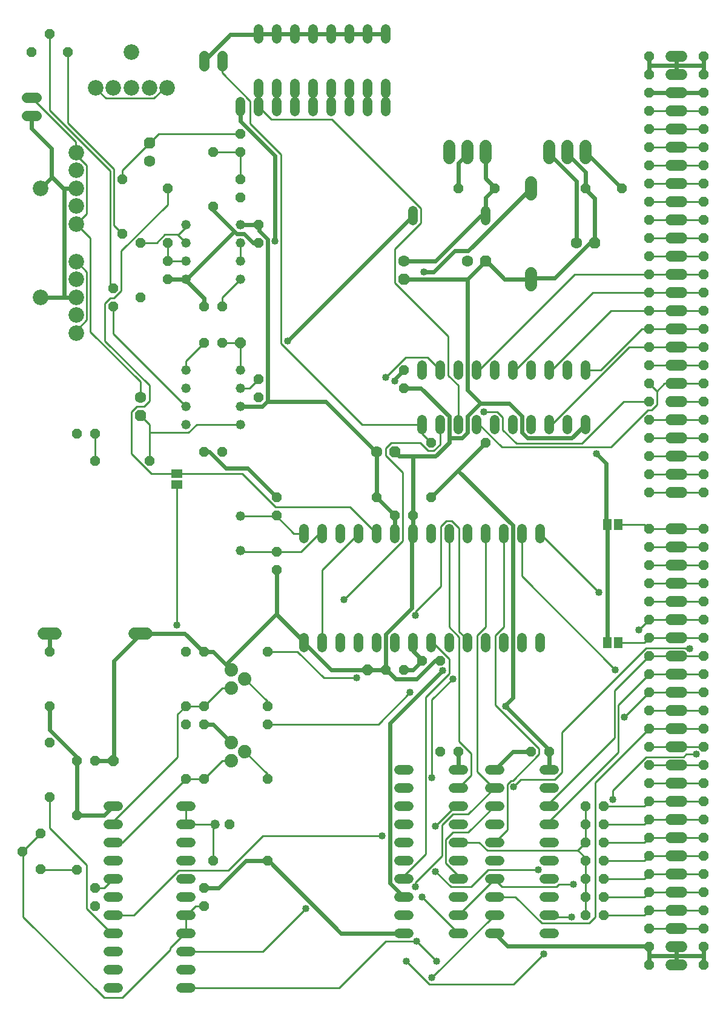
<source format=gtl>
G75*
%MOIN*%
%OFA0B0*%
%FSLAX25Y25*%
%IPPOS*%
%LPD*%
%AMOC8*
5,1,8,0,0,1.08239X$1,22.5*
%
%ADD10OC8,0.05200*%
%ADD11C,0.05200*%
%ADD12C,0.07400*%
%ADD13C,0.05200*%
%ADD14OC8,0.06300*%
%ADD15C,0.06300*%
%ADD16C,0.05600*%
%ADD17C,0.08600*%
%ADD18OC8,0.06000*%
%ADD19C,0.06600*%
%ADD20C,0.06000*%
%ADD21R,0.04600X0.06300*%
%ADD22OC8,0.05250*%
%ADD23OC8,0.05600*%
%ADD24R,0.06300X0.04600*%
%ADD25C,0.02400*%
%ADD26C,0.04000*%
%ADD27C,0.01000*%
D10*
X0056991Y0066300D03*
X0056991Y0076300D03*
X0046991Y0086300D03*
X0026991Y0086400D03*
X0016991Y0096300D03*
X0026991Y0106200D03*
X0031991Y0126300D03*
X0046991Y0116300D03*
X0046991Y0146300D03*
X0056991Y0146300D03*
X0031991Y0156300D03*
X0031991Y0176300D03*
X0031991Y0206300D03*
X0106991Y0206300D03*
X0116991Y0206300D03*
X0116991Y0176300D03*
X0116991Y0166300D03*
X0106991Y0166300D03*
X0106991Y0176300D03*
X0106991Y0136300D03*
X0116991Y0136300D03*
X0130991Y0111300D03*
X0121991Y0091300D03*
X0116991Y0076300D03*
X0116991Y0066300D03*
X0151991Y0091300D03*
X0151991Y0136300D03*
X0151991Y0166300D03*
X0151991Y0176300D03*
X0151991Y0206300D03*
X0156991Y0251300D03*
X0156991Y0261300D03*
X0156991Y0281300D03*
X0156991Y0291300D03*
X0126991Y0316300D03*
X0116991Y0316300D03*
X0146991Y0346300D03*
X0146991Y0356300D03*
X0126991Y0376300D03*
X0116991Y0376300D03*
X0116991Y0396300D03*
X0126991Y0396300D03*
X0146991Y0431300D03*
X0146991Y0441300D03*
X0136991Y0456300D03*
X0136991Y0466300D03*
X0136991Y0481300D03*
X0136991Y0491300D03*
X0121991Y0481300D03*
X0121991Y0451300D03*
X0096991Y0461300D03*
X0096991Y0431300D03*
X0096991Y0421300D03*
X0096991Y0411300D03*
X0081991Y0401300D03*
X0066991Y0396300D03*
X0066991Y0406300D03*
X0081991Y0431300D03*
X0071991Y0436300D03*
X0071991Y0466300D03*
X0041891Y0536300D03*
X0031991Y0546300D03*
X0022091Y0536300D03*
X0046991Y0326300D03*
X0056991Y0326300D03*
X0056991Y0311300D03*
X0086991Y0311300D03*
X0211991Y0291300D03*
X0221991Y0281300D03*
X0231991Y0281300D03*
X0241991Y0291300D03*
X0241991Y0321300D03*
X0226991Y0351300D03*
X0226991Y0361300D03*
X0271991Y0321300D03*
X0246991Y0201300D03*
X0236991Y0201300D03*
X0226991Y0196300D03*
X0216991Y0196300D03*
X0246991Y0151300D03*
X0256991Y0151300D03*
X0296991Y0151300D03*
X0306991Y0151300D03*
X0326991Y0461300D03*
X0346991Y0461300D03*
X0276991Y0461300D03*
X0256991Y0461300D03*
D11*
X0271991Y0448900D02*
X0271991Y0443700D01*
X0231991Y0443700D02*
X0231991Y0448900D01*
X0216991Y0503700D02*
X0216991Y0508900D01*
X0216991Y0513700D02*
X0216991Y0518900D01*
X0206991Y0518900D02*
X0206991Y0513700D01*
X0206991Y0508900D02*
X0206991Y0503700D01*
X0196991Y0503700D02*
X0196991Y0508900D01*
X0196991Y0513700D02*
X0196991Y0518900D01*
X0186991Y0518900D02*
X0186991Y0513700D01*
X0186991Y0508900D02*
X0186991Y0503700D01*
X0176991Y0503700D02*
X0176991Y0508900D01*
X0176991Y0513700D02*
X0176991Y0518900D01*
X0166991Y0518900D02*
X0166991Y0513700D01*
X0166991Y0508900D02*
X0166991Y0503700D01*
X0156991Y0503700D02*
X0156991Y0508900D01*
X0156991Y0513700D02*
X0156991Y0518900D01*
X0146991Y0518900D02*
X0146991Y0513700D01*
X0146991Y0508900D02*
X0146991Y0503700D01*
X0136991Y0503700D02*
X0136991Y0508900D01*
X0146991Y0543700D02*
X0146991Y0548900D01*
X0156991Y0548900D02*
X0156991Y0543700D01*
X0166991Y0543700D02*
X0166991Y0548900D01*
X0176991Y0548900D02*
X0176991Y0543700D01*
X0186991Y0543700D02*
X0186991Y0548900D01*
X0196991Y0548900D02*
X0196991Y0543700D01*
X0206991Y0543700D02*
X0206991Y0548900D01*
X0216991Y0548900D02*
X0216991Y0543700D01*
X0236991Y0363900D02*
X0236991Y0358700D01*
X0246991Y0358700D02*
X0246991Y0363900D01*
X0256991Y0363900D02*
X0256991Y0358700D01*
X0266991Y0358700D02*
X0266991Y0363900D01*
X0276991Y0363900D02*
X0276991Y0358700D01*
X0286991Y0358700D02*
X0286991Y0363900D01*
X0296991Y0363900D02*
X0296991Y0358700D01*
X0306991Y0358700D02*
X0306991Y0363900D01*
X0316991Y0363900D02*
X0316991Y0358700D01*
X0326991Y0358700D02*
X0326991Y0363900D01*
X0326991Y0333900D02*
X0326991Y0328700D01*
X0316991Y0328700D02*
X0316991Y0333900D01*
X0306991Y0333900D02*
X0306991Y0328700D01*
X0296991Y0328700D02*
X0296991Y0333900D01*
X0286991Y0333900D02*
X0286991Y0328700D01*
X0276991Y0328700D02*
X0276991Y0333900D01*
X0266991Y0333900D02*
X0266991Y0328700D01*
X0256991Y0328700D02*
X0256991Y0333900D01*
X0246991Y0333900D02*
X0246991Y0328700D01*
X0236991Y0328700D02*
X0236991Y0333900D01*
X0241991Y0273900D02*
X0241991Y0268700D01*
X0251991Y0268700D02*
X0251991Y0273900D01*
X0261991Y0273900D02*
X0261991Y0268700D01*
X0271991Y0268700D02*
X0271991Y0273900D01*
X0281991Y0273900D02*
X0281991Y0268700D01*
X0291991Y0268700D02*
X0291991Y0273900D01*
X0301991Y0273900D02*
X0301991Y0268700D01*
X0301991Y0213900D02*
X0301991Y0208700D01*
X0291991Y0208700D02*
X0291991Y0213900D01*
X0281991Y0213900D02*
X0281991Y0208700D01*
X0271991Y0208700D02*
X0271991Y0213900D01*
X0261991Y0213900D02*
X0261991Y0208700D01*
X0251991Y0208700D02*
X0251991Y0213900D01*
X0241991Y0213900D02*
X0241991Y0208700D01*
X0231991Y0208700D02*
X0231991Y0213900D01*
X0221991Y0213900D02*
X0221991Y0208700D01*
X0211991Y0208700D02*
X0211991Y0213900D01*
X0201991Y0213900D02*
X0201991Y0208700D01*
X0191991Y0208700D02*
X0191991Y0213900D01*
X0181991Y0213900D02*
X0181991Y0208700D01*
X0171991Y0208700D02*
X0171991Y0213900D01*
X0171991Y0268700D02*
X0171991Y0273900D01*
X0181991Y0273900D02*
X0181991Y0268700D01*
X0191991Y0268700D02*
X0191991Y0273900D01*
X0201991Y0273900D02*
X0201991Y0268700D01*
X0211991Y0268700D02*
X0211991Y0273900D01*
X0221991Y0273900D02*
X0221991Y0268700D01*
X0231991Y0268700D02*
X0231991Y0273900D01*
X0229591Y0141300D02*
X0224391Y0141300D01*
X0224391Y0131300D02*
X0229591Y0131300D01*
X0229591Y0121300D02*
X0224391Y0121300D01*
X0224391Y0111300D02*
X0229591Y0111300D01*
X0229591Y0101300D02*
X0224391Y0101300D01*
X0224391Y0091300D02*
X0229591Y0091300D01*
X0229591Y0081300D02*
X0224391Y0081300D01*
X0224391Y0071300D02*
X0229591Y0071300D01*
X0229591Y0061300D02*
X0224391Y0061300D01*
X0224391Y0051300D02*
X0229591Y0051300D01*
X0254391Y0051300D02*
X0259591Y0051300D01*
X0259591Y0061300D02*
X0254391Y0061300D01*
X0254391Y0071300D02*
X0259591Y0071300D01*
X0259591Y0081300D02*
X0254391Y0081300D01*
X0254391Y0091300D02*
X0259591Y0091300D01*
X0259591Y0101300D02*
X0254391Y0101300D01*
X0254391Y0111300D02*
X0259591Y0111300D01*
X0259591Y0121300D02*
X0254391Y0121300D01*
X0254391Y0131300D02*
X0259591Y0131300D01*
X0259591Y0141300D02*
X0254391Y0141300D01*
X0274391Y0141300D02*
X0279591Y0141300D01*
X0279591Y0131300D02*
X0274391Y0131300D01*
X0274391Y0121300D02*
X0279591Y0121300D01*
X0279591Y0111300D02*
X0274391Y0111300D01*
X0274391Y0101300D02*
X0279591Y0101300D01*
X0279591Y0091300D02*
X0274391Y0091300D01*
X0274391Y0081300D02*
X0279591Y0081300D01*
X0279591Y0071300D02*
X0274391Y0071300D01*
X0274391Y0061300D02*
X0279591Y0061300D01*
X0279591Y0051300D02*
X0274391Y0051300D01*
X0304391Y0051300D02*
X0309591Y0051300D01*
X0309591Y0061300D02*
X0304391Y0061300D01*
X0304391Y0071300D02*
X0309591Y0071300D01*
X0309591Y0081300D02*
X0304391Y0081300D01*
X0304391Y0091300D02*
X0309591Y0091300D01*
X0309591Y0101300D02*
X0304391Y0101300D01*
X0304391Y0111300D02*
X0309591Y0111300D01*
X0309591Y0121300D02*
X0304391Y0121300D01*
X0304391Y0131300D02*
X0309591Y0131300D01*
X0309591Y0141300D02*
X0304391Y0141300D01*
X0109591Y0121300D02*
X0104391Y0121300D01*
X0104391Y0111300D02*
X0109591Y0111300D01*
X0109591Y0101300D02*
X0104391Y0101300D01*
X0104391Y0091300D02*
X0109591Y0091300D01*
X0109591Y0081300D02*
X0104391Y0081300D01*
X0104391Y0071300D02*
X0109591Y0071300D01*
X0109591Y0061300D02*
X0104391Y0061300D01*
X0104391Y0051300D02*
X0109591Y0051300D01*
X0109591Y0041300D02*
X0104391Y0041300D01*
X0104391Y0031300D02*
X0109591Y0031300D01*
X0109591Y0021300D02*
X0104391Y0021300D01*
X0069591Y0021300D02*
X0064391Y0021300D01*
X0064391Y0031300D02*
X0069591Y0031300D01*
X0069591Y0041300D02*
X0064391Y0041300D01*
X0064391Y0051300D02*
X0069591Y0051300D01*
X0069591Y0061300D02*
X0064391Y0061300D01*
X0064391Y0071300D02*
X0069591Y0071300D01*
X0069591Y0081300D02*
X0064391Y0081300D01*
X0064391Y0091300D02*
X0069591Y0091300D01*
X0069591Y0101300D02*
X0064391Y0101300D01*
X0064391Y0111300D02*
X0069591Y0111300D01*
X0069591Y0121300D02*
X0064391Y0121300D01*
D12*
X0131991Y0146300D03*
X0139491Y0151300D03*
X0131991Y0156300D03*
X0131991Y0186300D03*
X0131991Y0196300D03*
X0139491Y0191300D03*
D13*
X0136991Y0261800D03*
X0136991Y0280800D03*
X0136991Y0331300D03*
X0136991Y0341300D03*
X0136991Y0351300D03*
X0136991Y0361300D03*
X0106991Y0361300D03*
X0106991Y0351300D03*
X0106991Y0341300D03*
X0106991Y0331300D03*
X0106991Y0411300D03*
X0106991Y0421300D03*
X0106991Y0431300D03*
X0106991Y0441300D03*
X0136991Y0441300D03*
X0136991Y0431300D03*
X0136991Y0421300D03*
X0136991Y0411300D03*
X0122991Y0111300D03*
D14*
X0221991Y0316300D03*
X0226991Y0411300D03*
X0271991Y0421300D03*
X0331991Y0431300D03*
X0086991Y0486300D03*
X0081991Y0336300D03*
D15*
X0081991Y0346300D03*
X0086991Y0476300D03*
X0211991Y0316300D03*
X0226991Y0421300D03*
X0261991Y0421300D03*
X0321991Y0431300D03*
D16*
X0126991Y0528500D02*
X0126991Y0534100D01*
X0116991Y0534100D02*
X0116991Y0528500D01*
X0024791Y0511300D02*
X0019191Y0511300D01*
X0019191Y0501300D02*
X0024791Y0501300D01*
D17*
X0046676Y0480985D03*
X0046676Y0471143D03*
X0046676Y0461143D03*
X0046676Y0451457D03*
X0046676Y0441615D03*
X0046676Y0420985D03*
X0046676Y0411143D03*
X0046676Y0401143D03*
X0046676Y0391457D03*
X0046676Y0381615D03*
X0026991Y0401300D03*
X0026991Y0461300D03*
X0057306Y0516615D03*
X0067148Y0516615D03*
X0076833Y0516615D03*
X0086833Y0516615D03*
X0096676Y0516615D03*
X0076991Y0536300D03*
D18*
X0136991Y0376300D03*
X0206991Y0196300D03*
X0066991Y0146300D03*
D19*
X0078691Y0216300D02*
X0085291Y0216300D01*
X0035291Y0216300D02*
X0028691Y0216300D01*
X0251991Y0478000D02*
X0251991Y0484600D01*
X0261991Y0484600D02*
X0261991Y0478000D01*
X0271991Y0478000D02*
X0271991Y0484600D01*
X0296991Y0464600D02*
X0296991Y0458000D01*
X0306991Y0478000D02*
X0306991Y0484600D01*
X0316991Y0484600D02*
X0316991Y0478000D01*
X0326991Y0478000D02*
X0326991Y0484600D01*
X0296991Y0414600D02*
X0296991Y0408000D01*
D20*
X0373991Y0403800D02*
X0379991Y0403800D01*
X0379991Y0393800D02*
X0373991Y0393800D01*
X0373991Y0383800D02*
X0379991Y0383800D01*
X0379991Y0373800D02*
X0373991Y0373800D01*
X0373991Y0363800D02*
X0379991Y0363800D01*
X0379991Y0353800D02*
X0373991Y0353800D01*
X0373991Y0343800D02*
X0379991Y0343800D01*
X0379991Y0333800D02*
X0373991Y0333800D01*
X0373991Y0323800D02*
X0379991Y0323800D01*
X0379991Y0313800D02*
X0373991Y0313800D01*
X0373991Y0303800D02*
X0379991Y0303800D01*
X0379991Y0293800D02*
X0373991Y0293800D01*
X0373991Y0273800D02*
X0379991Y0273800D01*
X0379991Y0263800D02*
X0373991Y0263800D01*
X0373991Y0253800D02*
X0379991Y0253800D01*
X0379991Y0243800D02*
X0373991Y0243800D01*
X0373991Y0233800D02*
X0379991Y0233800D01*
X0379991Y0223800D02*
X0373991Y0223800D01*
X0373991Y0213800D02*
X0379991Y0213800D01*
X0379991Y0203800D02*
X0373991Y0203800D01*
X0373991Y0193800D02*
X0379991Y0193800D01*
X0379991Y0183800D02*
X0373991Y0183800D01*
X0373991Y0173800D02*
X0379991Y0173800D01*
X0379991Y0163800D02*
X0373991Y0163800D01*
X0373991Y0153800D02*
X0379991Y0153800D01*
X0379991Y0143800D02*
X0373991Y0143800D01*
X0373991Y0133800D02*
X0379991Y0133800D01*
X0379991Y0123800D02*
X0373991Y0123800D01*
X0373991Y0113800D02*
X0379991Y0113800D01*
X0379991Y0103800D02*
X0373991Y0103800D01*
X0373991Y0093800D02*
X0379991Y0093800D01*
X0379991Y0083800D02*
X0373991Y0083800D01*
X0373991Y0073800D02*
X0379991Y0073800D01*
X0379991Y0063800D02*
X0373991Y0063800D01*
X0373991Y0053800D02*
X0379991Y0053800D01*
X0379991Y0043800D02*
X0373991Y0043800D01*
X0373991Y0033800D02*
X0379991Y0033800D01*
X0379991Y0413800D02*
X0373991Y0413800D01*
X0373991Y0423800D02*
X0379991Y0423800D01*
X0379991Y0433800D02*
X0373991Y0433800D01*
X0373991Y0443800D02*
X0379991Y0443800D01*
X0379991Y0453800D02*
X0373991Y0453800D01*
X0373991Y0463800D02*
X0379991Y0463800D01*
X0379991Y0473800D02*
X0373991Y0473800D01*
X0373991Y0483800D02*
X0379991Y0483800D01*
X0379991Y0493800D02*
X0373991Y0493800D01*
X0373991Y0503800D02*
X0379991Y0503800D01*
X0379991Y0513800D02*
X0373991Y0513800D01*
X0373991Y0523800D02*
X0379991Y0523800D01*
X0379991Y0533800D02*
X0373991Y0533800D01*
D21*
X0344991Y0276300D03*
X0338991Y0276300D03*
X0338991Y0211300D03*
X0344991Y0211300D03*
D22*
X0361991Y0213800D03*
X0361991Y0203800D03*
X0361991Y0193800D03*
X0361991Y0183800D03*
X0361991Y0173800D03*
X0361991Y0163800D03*
X0361991Y0153800D03*
X0361991Y0143800D03*
X0361991Y0133800D03*
X0361991Y0123800D03*
X0361991Y0113800D03*
X0361991Y0103800D03*
X0361991Y0093800D03*
X0361991Y0083800D03*
X0361991Y0073800D03*
X0361991Y0063800D03*
X0361991Y0053800D03*
X0361991Y0043800D03*
X0361991Y0033800D03*
X0391991Y0033800D03*
X0391991Y0043800D03*
X0391991Y0053800D03*
X0391991Y0063800D03*
X0391991Y0073800D03*
X0391991Y0083800D03*
X0391991Y0093800D03*
X0391991Y0103800D03*
X0391991Y0113800D03*
X0391991Y0123800D03*
X0391991Y0133800D03*
X0391991Y0143800D03*
X0391991Y0153800D03*
X0391991Y0163800D03*
X0391991Y0173800D03*
X0391991Y0183800D03*
X0391991Y0193800D03*
X0391991Y0203800D03*
X0391991Y0213800D03*
X0391991Y0223800D03*
X0391991Y0233800D03*
X0391991Y0243800D03*
X0391991Y0253800D03*
X0391991Y0263800D03*
X0391991Y0273800D03*
X0391991Y0293800D03*
X0391991Y0303800D03*
X0391991Y0313800D03*
X0391991Y0323800D03*
X0391991Y0333800D03*
X0391991Y0343800D03*
X0391991Y0353800D03*
X0391991Y0363800D03*
X0391991Y0373800D03*
X0391991Y0383800D03*
X0391991Y0393800D03*
X0391991Y0403800D03*
X0391991Y0413800D03*
X0391991Y0423800D03*
X0391991Y0433800D03*
X0391991Y0443800D03*
X0391991Y0453800D03*
X0391991Y0463800D03*
X0391991Y0473800D03*
X0391991Y0483800D03*
X0391991Y0493800D03*
X0391991Y0503800D03*
X0391991Y0513800D03*
X0391991Y0523800D03*
X0391991Y0533800D03*
X0361991Y0533800D03*
X0361991Y0523800D03*
X0361991Y0513800D03*
X0361991Y0503800D03*
X0361991Y0493800D03*
X0361991Y0483800D03*
X0361991Y0473800D03*
X0361991Y0463800D03*
X0361991Y0453800D03*
X0361991Y0443800D03*
X0361991Y0433800D03*
X0361991Y0423800D03*
X0361991Y0413800D03*
X0361991Y0403800D03*
X0361991Y0393800D03*
X0361991Y0383800D03*
X0361991Y0373800D03*
X0361991Y0363800D03*
X0361991Y0353800D03*
X0361991Y0343800D03*
X0361991Y0333800D03*
X0361991Y0323800D03*
X0361991Y0313800D03*
X0361991Y0303800D03*
X0361991Y0293800D03*
X0361991Y0273800D03*
X0361991Y0263800D03*
X0361991Y0253800D03*
X0361991Y0243800D03*
X0361991Y0233800D03*
X0361991Y0223800D03*
D23*
X0336991Y0121300D03*
X0336991Y0111300D03*
X0336991Y0101300D03*
X0336991Y0091300D03*
X0336991Y0081300D03*
X0336991Y0071300D03*
X0336991Y0061300D03*
X0326991Y0061300D03*
X0326991Y0071300D03*
X0326991Y0081300D03*
X0326991Y0091300D03*
X0326991Y0101300D03*
X0326991Y0111300D03*
X0326991Y0121300D03*
D24*
X0101991Y0298300D03*
X0101991Y0304300D03*
D25*
X0116991Y0316300D02*
X0119991Y0316300D01*
X0128991Y0307300D01*
X0140991Y0307300D01*
X0156991Y0291300D01*
X0156991Y0251300D02*
X0156991Y0226800D01*
X0155991Y0226300D01*
X0128991Y0199300D01*
X0121991Y0206300D01*
X0116991Y0206300D01*
X0115991Y0206800D01*
X0106491Y0216300D01*
X0081991Y0216300D01*
X0081491Y0215300D01*
X0067491Y0201300D01*
X0067491Y0147300D01*
X0066991Y0146300D01*
X0056991Y0146300D01*
X0046991Y0146300D02*
X0046491Y0147300D01*
X0046491Y0148800D01*
X0031991Y0163300D01*
X0031991Y0176300D01*
X0031991Y0206300D02*
X0031991Y0216300D01*
X0046991Y0146300D02*
X0046991Y0116300D01*
X0061991Y0116300D01*
X0066991Y0121300D01*
X0116991Y0076300D02*
X0124991Y0076300D01*
X0139991Y0091300D01*
X0151991Y0091300D01*
X0152991Y0090800D01*
X0192491Y0051300D01*
X0226991Y0051300D01*
X0226991Y0071300D02*
X0219491Y0078800D01*
X0219491Y0166800D01*
X0248491Y0195800D01*
X0246991Y0201300D02*
X0243991Y0201300D01*
X0233991Y0191300D01*
X0222491Y0191300D01*
X0217991Y0195800D01*
X0216991Y0196300D01*
X0216991Y0215800D01*
X0231491Y0230300D01*
X0231491Y0270300D01*
X0231991Y0271300D01*
X0231991Y0281300D01*
X0231991Y0313800D01*
X0244491Y0313800D01*
X0251991Y0321300D01*
X0251991Y0323800D01*
X0258991Y0323800D01*
X0261991Y0326800D01*
X0261991Y0335800D01*
X0268991Y0342800D01*
X0268491Y0343800D01*
X0261991Y0350300D01*
X0261991Y0411300D01*
X0271991Y0421300D01*
X0272991Y0420800D01*
X0282491Y0411300D01*
X0296991Y0411300D01*
X0297991Y0411800D01*
X0309991Y0411800D01*
X0328991Y0430800D01*
X0330991Y0430800D01*
X0331991Y0431300D01*
X0331991Y0455800D01*
X0327491Y0460300D01*
X0326991Y0461300D01*
X0326991Y0470300D01*
X0316991Y0480300D01*
X0316991Y0481300D01*
X0306991Y0481300D02*
X0306991Y0480300D01*
X0321991Y0465300D01*
X0321991Y0431300D01*
X0296991Y0461300D02*
X0262491Y0426800D01*
X0254991Y0426800D01*
X0243491Y0415300D01*
X0237991Y0415300D01*
X0244491Y0421300D02*
X0268991Y0445800D01*
X0270991Y0445800D01*
X0271991Y0446300D01*
X0271991Y0456300D01*
X0276991Y0461300D01*
X0276491Y0462300D01*
X0271991Y0466800D01*
X0271991Y0481300D01*
X0261991Y0481300D02*
X0261991Y0480300D01*
X0256991Y0475300D01*
X0256991Y0461300D01*
X0231991Y0446300D02*
X0162991Y0377300D01*
X0151991Y0344300D02*
X0152991Y0343800D01*
X0183991Y0343800D01*
X0210991Y0316800D01*
X0211991Y0316300D01*
X0211991Y0291300D01*
X0221991Y0281300D01*
X0221991Y0271300D01*
X0241991Y0291300D02*
X0256741Y0306050D01*
X0286991Y0275800D01*
X0286991Y0180800D01*
X0283491Y0177300D01*
X0282991Y0176300D01*
X0306991Y0152300D01*
X0306991Y0151300D01*
X0306991Y0141300D01*
X0296991Y0151300D02*
X0286991Y0151300D01*
X0276991Y0141300D01*
X0256991Y0141300D02*
X0256991Y0151300D01*
X0231991Y0196300D02*
X0226991Y0196300D01*
X0231991Y0196300D02*
X0236991Y0201300D01*
X0236491Y0202300D01*
X0231991Y0206800D01*
X0231991Y0211300D01*
X0216991Y0196300D02*
X0206991Y0196300D01*
X0186991Y0196300D01*
X0171991Y0211300D01*
X0171491Y0212300D01*
X0156991Y0226800D01*
X0128991Y0199300D02*
X0131991Y0196300D01*
X0121991Y0166300D02*
X0116991Y0166300D01*
X0121991Y0166300D02*
X0131991Y0156300D01*
X0224491Y0313800D02*
X0221991Y0316300D01*
X0224491Y0313800D02*
X0231991Y0313800D01*
X0251991Y0323800D02*
X0251991Y0335800D01*
X0236491Y0351300D01*
X0226991Y0351300D01*
X0221991Y0355300D02*
X0221991Y0356300D01*
X0226991Y0361300D01*
X0226991Y0411300D02*
X0261991Y0411300D01*
X0244491Y0421300D02*
X0226991Y0421300D01*
X0268991Y0342800D02*
X0284991Y0342800D01*
X0291991Y0335800D01*
X0291991Y0326800D01*
X0294991Y0323800D01*
X0319491Y0323800D01*
X0326991Y0331300D01*
X0332991Y0315300D02*
X0338491Y0309800D01*
X0338491Y0277300D01*
X0338991Y0276300D01*
X0338991Y0211300D01*
X0256741Y0306050D02*
X0271991Y0321300D01*
X0346991Y0461300D02*
X0326991Y0481300D01*
X0361991Y0513800D02*
X0376991Y0513800D01*
X0391991Y0513800D01*
X0391991Y0523800D02*
X0391991Y0528800D01*
X0376991Y0528800D01*
X0361991Y0528800D01*
X0361991Y0523800D01*
X0361991Y0528800D02*
X0361991Y0533800D01*
X0376991Y0533800D02*
X0376991Y0528800D01*
X0376991Y0523800D01*
X0391991Y0528800D02*
X0391991Y0533800D01*
X0216991Y0546300D02*
X0206991Y0546300D01*
X0196991Y0546300D01*
X0186991Y0546300D01*
X0176991Y0546300D01*
X0166991Y0546300D01*
X0156991Y0546300D01*
X0146991Y0546300D01*
X0145991Y0545800D01*
X0131491Y0545800D01*
X0116991Y0531300D01*
X0136991Y0506300D02*
X0136991Y0498300D01*
X0155991Y0479300D01*
X0155991Y0432300D01*
X0151991Y0433300D02*
X0151991Y0344300D01*
X0148991Y0341300D01*
X0136991Y0341300D01*
X0116991Y0396300D02*
X0116991Y0400800D01*
X0107491Y0410300D01*
X0106991Y0411300D01*
X0107991Y0411800D01*
X0133741Y0437550D01*
X0134991Y0436300D01*
X0138991Y0436300D01*
X0143991Y0431300D01*
X0146991Y0431300D01*
X0151991Y0433300D02*
X0147491Y0437800D01*
X0147491Y0440300D01*
X0146991Y0441300D01*
X0136991Y0441300D01*
X0133741Y0437550D02*
X0121991Y0449300D01*
X0121991Y0451300D01*
X0106991Y0411300D02*
X0096991Y0411300D01*
X0046676Y0401143D02*
X0046491Y0401300D01*
X0039991Y0401300D01*
X0039991Y0461300D01*
X0046491Y0461300D01*
X0046676Y0461143D01*
X0039991Y0461300D02*
X0039491Y0461300D01*
X0033991Y0466800D01*
X0032991Y0467300D01*
X0026991Y0461300D01*
X0032991Y0467300D02*
X0032991Y0483300D01*
X0021991Y0494300D01*
X0021991Y0501300D01*
X0026991Y0401300D02*
X0039991Y0401300D01*
X0276991Y0051300D02*
X0283991Y0044300D01*
X0360991Y0044300D01*
X0361991Y0043800D01*
X0361991Y0038800D01*
X0376991Y0038800D01*
X0391991Y0038800D01*
X0391991Y0033800D01*
X0391991Y0038800D02*
X0391991Y0043800D01*
X0376991Y0043800D02*
X0376991Y0038800D01*
X0376991Y0033800D01*
X0361991Y0033800D02*
X0361991Y0038800D01*
D26*
X0319491Y0060300D03*
X0320491Y0078300D03*
X0300991Y0086300D03*
X0303991Y0039800D03*
X0244991Y0035800D03*
X0242491Y0026800D03*
X0228491Y0035800D03*
X0233991Y0046800D03*
X0236991Y0071300D03*
X0233491Y0076800D03*
X0244491Y0085300D03*
X0244491Y0110300D03*
X0242491Y0136800D03*
X0214991Y0104800D03*
X0172991Y0064800D03*
X0230491Y0183800D03*
X0248491Y0195800D03*
X0253991Y0191300D03*
X0233491Y0226300D03*
X0200991Y0191800D03*
X0193991Y0234800D03*
X0270991Y0338300D03*
X0221991Y0355300D03*
X0216991Y0357300D03*
X0237991Y0415300D03*
X0162991Y0377300D03*
X0155991Y0432300D03*
X0101991Y0220800D03*
X0282991Y0176300D03*
X0287491Y0131800D03*
X0341991Y0124800D03*
X0348491Y0170300D03*
X0343491Y0196300D03*
X0356491Y0218300D03*
X0334491Y0238800D03*
X0384491Y0207800D03*
X0387991Y0149800D03*
X0332991Y0315300D03*
D27*
X0061991Y0015800D02*
X0017491Y0060300D01*
X0017491Y0096300D01*
X0016991Y0096300D01*
X0026991Y0106300D01*
X0026991Y0106200D01*
X0031991Y0109300D02*
X0052491Y0088800D01*
X0052491Y0064800D01*
X0065991Y0051300D01*
X0066991Y0051300D01*
X0066991Y0061300D02*
X0078491Y0061300D01*
X0102991Y0085800D01*
X0130491Y0085800D01*
X0149491Y0104800D01*
X0214991Y0104800D01*
X0226991Y0082800D02*
X0238991Y0094800D01*
X0238991Y0181300D01*
X0251991Y0194300D01*
X0251991Y0202300D01*
X0242991Y0211300D01*
X0241991Y0211300D01*
X0251991Y0219800D02*
X0257491Y0214300D01*
X0257491Y0156800D01*
X0263991Y0150300D01*
X0263991Y0138300D01*
X0256991Y0131300D01*
X0256991Y0121300D02*
X0255491Y0121300D01*
X0244491Y0110300D01*
X0247991Y0110800D02*
X0253991Y0116800D01*
X0262491Y0116800D01*
X0276991Y0131300D01*
X0276491Y0131300D01*
X0267491Y0140300D01*
X0267491Y0215300D01*
X0271991Y0219800D01*
X0271991Y0271300D01*
X0281991Y0271300D02*
X0281991Y0219800D01*
X0277491Y0215300D01*
X0277491Y0176800D01*
X0301491Y0152800D01*
X0301491Y0149800D01*
X0286991Y0135300D01*
X0285991Y0135300D01*
X0283991Y0133300D01*
X0283991Y0108300D01*
X0276991Y0101300D01*
X0272991Y0096800D02*
X0322491Y0096800D01*
X0322741Y0097050D01*
X0326991Y0092800D01*
X0326991Y0091300D01*
X0326991Y0081300D01*
X0326991Y0071300D01*
X0326991Y0061300D01*
X0328991Y0056800D02*
X0332491Y0060300D01*
X0332491Y0134300D01*
X0361991Y0163800D01*
X0376991Y0163800D01*
X0391991Y0163800D01*
X0391991Y0173800D02*
X0376991Y0173800D01*
X0361991Y0173800D01*
X0361991Y0183800D02*
X0376991Y0183800D01*
X0391991Y0183800D01*
X0391991Y0193800D02*
X0376991Y0193800D01*
X0361991Y0193800D01*
X0344991Y0176800D01*
X0344991Y0150800D01*
X0306991Y0112800D01*
X0306991Y0111300D01*
X0306991Y0121300D02*
X0306991Y0122800D01*
X0342991Y0158800D01*
X0342991Y0184800D01*
X0361991Y0203800D01*
X0376991Y0203800D01*
X0391991Y0203800D01*
X0391991Y0213800D02*
X0376991Y0213800D01*
X0361991Y0213800D01*
X0359491Y0211300D01*
X0344991Y0211300D01*
X0356491Y0218300D02*
X0361991Y0223800D01*
X0376991Y0223800D01*
X0391991Y0223800D01*
X0391991Y0233800D02*
X0376991Y0233800D01*
X0361991Y0233800D01*
X0361991Y0243800D02*
X0376991Y0243800D01*
X0391991Y0243800D01*
X0391991Y0253800D02*
X0376991Y0253800D01*
X0361991Y0253800D01*
X0361991Y0263800D02*
X0376991Y0263800D01*
X0391991Y0263800D01*
X0391991Y0273800D02*
X0376991Y0273800D01*
X0361991Y0273800D01*
X0359491Y0276300D01*
X0344991Y0276300D01*
X0361991Y0293800D02*
X0376991Y0293800D01*
X0391991Y0293800D01*
X0391991Y0303800D02*
X0376991Y0303800D01*
X0361991Y0303800D01*
X0361991Y0313800D02*
X0376991Y0313800D01*
X0391991Y0313800D01*
X0391991Y0323800D02*
X0376991Y0323800D01*
X0361991Y0323800D01*
X0361991Y0333800D02*
X0376991Y0333800D01*
X0391991Y0333800D01*
X0391991Y0343800D02*
X0376991Y0343800D01*
X0376991Y0353800D02*
X0370491Y0353800D01*
X0366241Y0349550D01*
X0366491Y0349300D01*
X0366491Y0342300D01*
X0363491Y0339300D01*
X0361491Y0339300D01*
X0340991Y0318800D01*
X0280991Y0318800D01*
X0268491Y0331300D01*
X0266991Y0331300D01*
X0270991Y0338300D02*
X0278491Y0338300D01*
X0281491Y0335300D01*
X0281491Y0328300D01*
X0288991Y0320800D01*
X0324991Y0320800D01*
X0347991Y0343800D01*
X0361991Y0343800D01*
X0366241Y0349550D02*
X0361991Y0353800D01*
X0361991Y0363800D02*
X0376991Y0363800D01*
X0391991Y0363800D01*
X0391991Y0353800D02*
X0376991Y0353800D01*
X0376991Y0373800D02*
X0361991Y0373800D01*
X0350991Y0373800D01*
X0308491Y0331300D01*
X0306991Y0331300D01*
X0306991Y0361300D02*
X0308491Y0361300D01*
X0340991Y0393800D01*
X0361991Y0393800D01*
X0376991Y0393800D01*
X0391991Y0393800D01*
X0391991Y0383800D02*
X0376991Y0383800D01*
X0361991Y0383800D01*
X0357991Y0383800D01*
X0335491Y0361300D01*
X0326991Y0361300D01*
X0288491Y0361300D02*
X0330991Y0403800D01*
X0361991Y0403800D01*
X0376991Y0403800D01*
X0391991Y0403800D01*
X0391991Y0413800D02*
X0376991Y0413800D01*
X0361991Y0413800D01*
X0320991Y0413800D01*
X0268491Y0361300D01*
X0266991Y0361300D01*
X0256991Y0352800D02*
X0251491Y0358300D01*
X0251491Y0379800D01*
X0221991Y0409300D01*
X0221991Y0427800D01*
X0236491Y0442300D01*
X0236491Y0450300D01*
X0187491Y0499300D01*
X0153991Y0499300D01*
X0146991Y0506300D01*
X0146991Y0516300D01*
X0142491Y0509300D02*
X0142491Y0496800D01*
X0159491Y0479800D01*
X0159491Y0375800D01*
X0203991Y0331300D01*
X0236991Y0331300D01*
X0236991Y0326300D01*
X0241991Y0321300D01*
X0243491Y0316800D02*
X0240491Y0316800D01*
X0235991Y0321300D01*
X0219991Y0321300D01*
X0216991Y0318300D01*
X0216991Y0314300D01*
X0226491Y0304800D01*
X0226491Y0267300D01*
X0193991Y0234800D01*
X0181991Y0251300D02*
X0201991Y0271300D01*
X0211991Y0271300D02*
X0197491Y0285800D01*
X0156491Y0285800D01*
X0137991Y0304300D01*
X0101991Y0304300D01*
X0087991Y0304300D01*
X0076991Y0315300D01*
X0076991Y0338300D01*
X0079991Y0341300D01*
X0083991Y0341300D01*
X0086991Y0344300D01*
X0086991Y0352800D01*
X0062491Y0377300D01*
X0062491Y0397800D01*
X0065491Y0400800D01*
X0067491Y0400800D01*
X0071491Y0404800D01*
X0071491Y0426800D01*
X0096991Y0452300D01*
X0096991Y0461300D01*
X0106991Y0441300D02*
X0106991Y0439800D01*
X0102741Y0435550D01*
X0102491Y0435800D01*
X0095491Y0435800D01*
X0090991Y0431300D01*
X0081991Y0431300D01*
X0071991Y0436300D02*
X0067491Y0440800D01*
X0067491Y0471800D01*
X0041991Y0497300D01*
X0041991Y0536300D01*
X0041891Y0536300D01*
X0031991Y0546300D02*
X0031991Y0504300D01*
X0065491Y0470800D01*
X0065491Y0407800D01*
X0066991Y0406300D01*
X0066991Y0396300D02*
X0066991Y0381300D01*
X0106991Y0341300D01*
X0112991Y0331300D02*
X0108491Y0326800D01*
X0086991Y0326800D01*
X0086991Y0311300D01*
X0086991Y0326800D02*
X0086991Y0331300D01*
X0081991Y0336300D01*
X0081991Y0346300D02*
X0081991Y0354800D01*
X0054491Y0382300D01*
X0054491Y0433800D01*
X0046676Y0441615D01*
X0046991Y0441800D01*
X0052491Y0447300D01*
X0052491Y0473800D01*
X0046991Y0479300D01*
X0046991Y0480800D01*
X0046676Y0480985D01*
X0046491Y0481300D01*
X0046491Y0486800D01*
X0021991Y0511300D01*
X0057306Y0516615D02*
X0057491Y0516300D01*
X0062991Y0510800D01*
X0089491Y0510800D01*
X0094991Y0516300D01*
X0096491Y0516300D01*
X0096676Y0516615D01*
X0091991Y0491300D02*
X0086991Y0486300D01*
X0071991Y0471300D01*
X0071991Y0466300D01*
X0091991Y0491300D02*
X0136991Y0491300D01*
X0136991Y0481300D02*
X0136991Y0466300D01*
X0136991Y0481300D02*
X0121991Y0481300D01*
X0142491Y0509300D02*
X0126991Y0524800D01*
X0126991Y0531300D01*
X0156991Y0516300D02*
X0156991Y0506300D01*
X0166991Y0506300D02*
X0166991Y0516300D01*
X0176991Y0516300D02*
X0176991Y0506300D01*
X0186991Y0506300D02*
X0186991Y0516300D01*
X0196991Y0516300D02*
X0196991Y0506300D01*
X0206991Y0506300D02*
X0206991Y0516300D01*
X0216991Y0516300D02*
X0216991Y0506300D01*
X0136991Y0431300D02*
X0136991Y0421300D01*
X0136991Y0411300D02*
X0126991Y0401300D01*
X0126991Y0396300D01*
X0126991Y0376300D02*
X0136991Y0376300D01*
X0136991Y0361300D01*
X0136991Y0351300D02*
X0141991Y0351300D01*
X0146991Y0356300D01*
X0136991Y0331300D02*
X0112991Y0331300D01*
X0106991Y0361300D02*
X0106991Y0366300D01*
X0116991Y0376300D01*
X0106991Y0421300D02*
X0096991Y0421300D01*
X0096991Y0431300D01*
X0102741Y0435550D02*
X0106991Y0431300D01*
X0052491Y0415300D02*
X0052491Y0388800D01*
X0046991Y0383300D01*
X0046991Y0381800D01*
X0046676Y0381615D01*
X0052491Y0415300D02*
X0046991Y0420800D01*
X0046676Y0420985D01*
X0056991Y0326300D02*
X0056991Y0311300D01*
X0101991Y0298300D02*
X0101991Y0220800D01*
X0126991Y0186300D02*
X0116991Y0176300D01*
X0106991Y0176300D01*
X0102491Y0171800D01*
X0102491Y0148300D01*
X0066991Y0112800D01*
X0066991Y0111300D01*
X0066991Y0101300D02*
X0071991Y0101300D01*
X0106991Y0136300D01*
X0116991Y0136300D01*
X0126991Y0146300D01*
X0131991Y0146300D01*
X0139491Y0151300D02*
X0151991Y0138800D01*
X0151991Y0136300D01*
X0151991Y0166300D02*
X0212991Y0166300D01*
X0230491Y0183800D01*
X0242491Y0179800D02*
X0253991Y0191300D01*
X0242491Y0179800D02*
X0242491Y0136800D01*
X0247991Y0110800D02*
X0247991Y0093800D01*
X0233491Y0079300D01*
X0233491Y0076800D01*
X0236991Y0071300D02*
X0256991Y0051300D01*
X0256991Y0061300D02*
X0276991Y0081300D01*
X0276991Y0080800D01*
X0280991Y0076800D01*
X0310991Y0076800D01*
X0312491Y0078300D01*
X0320491Y0078300D01*
X0319491Y0060300D02*
X0307991Y0060300D01*
X0306991Y0061300D01*
X0302991Y0056800D02*
X0328991Y0056800D01*
X0336991Y0061300D02*
X0359491Y0061300D01*
X0361991Y0063800D01*
X0376991Y0063800D01*
X0391991Y0063800D01*
X0391991Y0053800D02*
X0376991Y0053800D01*
X0361991Y0053800D01*
X0359491Y0071300D02*
X0361991Y0073800D01*
X0376991Y0073800D01*
X0391991Y0073800D01*
X0391991Y0083800D02*
X0376991Y0083800D01*
X0361991Y0083800D01*
X0359491Y0081300D01*
X0336991Y0081300D01*
X0336991Y0071300D02*
X0359491Y0071300D01*
X0359491Y0091300D02*
X0361991Y0093800D01*
X0376991Y0093800D01*
X0391991Y0093800D01*
X0391991Y0103800D02*
X0376991Y0103800D01*
X0361991Y0103800D01*
X0359491Y0101300D01*
X0336991Y0101300D01*
X0336991Y0091300D02*
X0359491Y0091300D01*
X0359491Y0111300D02*
X0361991Y0113800D01*
X0376991Y0113800D01*
X0391991Y0113800D01*
X0391991Y0123800D02*
X0376991Y0123800D01*
X0361991Y0123800D01*
X0359491Y0121300D01*
X0336991Y0121300D01*
X0341991Y0124800D02*
X0341991Y0129800D01*
X0360491Y0148300D01*
X0380991Y0148300D01*
X0382491Y0149800D01*
X0387991Y0149800D01*
X0391991Y0153800D02*
X0376991Y0153800D01*
X0361991Y0153800D01*
X0361991Y0143800D02*
X0376991Y0143800D01*
X0391991Y0143800D01*
X0391991Y0133800D02*
X0376991Y0133800D01*
X0361991Y0133800D01*
X0359491Y0111300D02*
X0336991Y0111300D01*
X0326991Y0111300D02*
X0326991Y0101300D01*
X0322741Y0097050D01*
X0326991Y0111300D02*
X0326991Y0121300D01*
X0309991Y0135800D02*
X0313991Y0139800D01*
X0313991Y0161800D01*
X0360491Y0208300D01*
X0381991Y0208300D01*
X0382491Y0207800D01*
X0384491Y0207800D01*
X0361991Y0183800D02*
X0348491Y0170300D01*
X0343491Y0196300D02*
X0291991Y0247800D01*
X0291991Y0271300D01*
X0301991Y0271300D02*
X0334491Y0238800D01*
X0261991Y0212800D02*
X0261991Y0211300D01*
X0261991Y0212800D02*
X0257491Y0217300D01*
X0257491Y0274300D01*
X0253491Y0278300D01*
X0250491Y0278300D01*
X0247491Y0275300D01*
X0247491Y0242300D01*
X0233491Y0228300D01*
X0233491Y0226300D01*
X0251991Y0219800D02*
X0251991Y0271300D01*
X0243491Y0316800D02*
X0246991Y0320300D01*
X0246991Y0331300D01*
X0256991Y0331300D02*
X0256991Y0352800D01*
X0246991Y0361300D02*
X0239991Y0368300D01*
X0227991Y0368300D01*
X0216991Y0357300D01*
X0181991Y0271300D02*
X0180491Y0271300D01*
X0170491Y0261300D01*
X0156991Y0261300D01*
X0137491Y0261300D01*
X0136991Y0261800D01*
X0136991Y0280800D02*
X0156491Y0280800D01*
X0156991Y0281300D01*
X0156991Y0280800D01*
X0166491Y0271300D01*
X0171991Y0271300D01*
X0181991Y0251300D02*
X0181991Y0211300D01*
X0168491Y0206300D02*
X0182991Y0191800D01*
X0200991Y0191800D01*
X0168491Y0206300D02*
X0151991Y0206300D01*
X0139491Y0191300D02*
X0151991Y0178800D01*
X0151991Y0176300D01*
X0131991Y0186300D02*
X0126991Y0186300D01*
X0106991Y0121300D02*
X0106991Y0111300D01*
X0122991Y0111300D01*
X0121991Y0110300D01*
X0121991Y0091300D01*
X0116991Y0066300D02*
X0112491Y0066300D01*
X0106991Y0060800D01*
X0106991Y0061300D01*
X0106991Y0060800D02*
X0106991Y0051800D01*
X0106991Y0051300D01*
X0106991Y0051800D02*
X0098491Y0043300D01*
X0098491Y0042300D01*
X0071991Y0015800D01*
X0061991Y0015800D01*
X0106991Y0021300D02*
X0191491Y0021300D01*
X0216991Y0046800D01*
X0233991Y0046800D01*
X0244991Y0035800D01*
X0242491Y0026800D02*
X0276991Y0061300D01*
X0276991Y0071300D02*
X0288491Y0071300D01*
X0302991Y0056800D01*
X0303991Y0039800D02*
X0287491Y0023300D01*
X0240991Y0023300D01*
X0228491Y0035800D01*
X0252991Y0076800D02*
X0263991Y0076800D01*
X0273491Y0086300D01*
X0300991Y0086300D01*
X0276991Y0121300D02*
X0262491Y0106800D01*
X0253991Y0106800D01*
X0249991Y0102800D01*
X0249991Y0089800D01*
X0256991Y0082800D01*
X0256991Y0081300D01*
X0252991Y0076800D02*
X0244491Y0085300D01*
X0256991Y0101300D02*
X0268491Y0101300D01*
X0272991Y0096800D01*
X0287491Y0131800D02*
X0291491Y0135800D01*
X0309991Y0135800D01*
X0226991Y0082800D02*
X0226991Y0081300D01*
X0172991Y0064800D02*
X0149491Y0041300D01*
X0106991Y0041300D01*
X0066991Y0081300D02*
X0061991Y0076300D01*
X0056991Y0076300D01*
X0046991Y0086300D02*
X0026991Y0086300D01*
X0026991Y0086400D01*
X0031991Y0109300D02*
X0031991Y0126300D01*
X0286991Y0361300D02*
X0288491Y0361300D01*
X0361991Y0423800D02*
X0376991Y0423800D01*
X0391991Y0423800D01*
X0391991Y0433800D02*
X0376991Y0433800D01*
X0361991Y0433800D01*
X0361991Y0443800D02*
X0376991Y0443800D01*
X0391991Y0443800D01*
X0391991Y0453800D02*
X0376991Y0453800D01*
X0361991Y0453800D01*
X0361991Y0463800D02*
X0376991Y0463800D01*
X0391991Y0463800D01*
X0391991Y0473800D02*
X0376991Y0473800D01*
X0361991Y0473800D01*
X0361991Y0483800D02*
X0376991Y0483800D01*
X0391991Y0483800D01*
X0391991Y0493800D02*
X0376991Y0493800D01*
X0361991Y0493800D01*
X0361991Y0503800D02*
X0376991Y0503800D01*
X0391991Y0503800D01*
X0391991Y0373800D02*
X0376991Y0373800D01*
M02*

</source>
